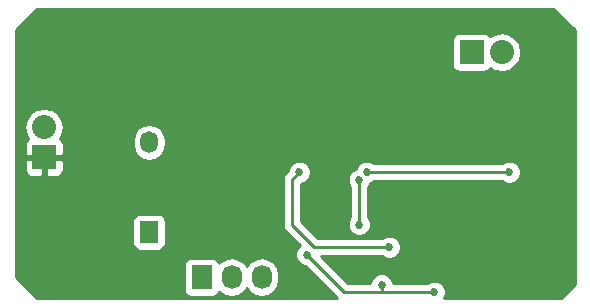
<source format=gbl>
G04 #@! TF.FileFunction,Copper,L2,Bot,Signal*
%FSLAX46Y46*%
G04 Gerber Fmt 4.6, Leading zero omitted, Abs format (unit mm)*
G04 Created by KiCad (PCBNEW no-vcs-found-product) date Fri 08 Apr 2016 01:52:16 AM CDT*
%MOMM*%
G01*
G04 APERTURE LIST*
%ADD10C,0.100000*%
%ADD11R,1.727200X2.032000*%
%ADD12O,1.727200X2.032000*%
%ADD13R,1.524000X1.824000*%
%ADD14O,1.524000X1.824000*%
%ADD15R,2.032000X2.032000*%
%ADD16O,2.032000X2.032000*%
%ADD17C,0.685800*%
%ADD18C,0.250000*%
%ADD19C,0.254000*%
G04 APERTURE END LIST*
D10*
D11*
X81280000Y-155575000D03*
D12*
X83820000Y-155575000D03*
X86360000Y-155575000D03*
D13*
X76835000Y-151765000D03*
D14*
X76835000Y-144145000D03*
D15*
X67945000Y-145415000D03*
D16*
X67945000Y-142875000D03*
D15*
X104140000Y-136525000D03*
D16*
X106680000Y-136525000D03*
D17*
X107315000Y-146685000D03*
X95250000Y-146685000D03*
X94615000Y-151130000D03*
X94615000Y-147320000D03*
X96520000Y-156210000D03*
X100965000Y-156845000D03*
X90170000Y-153670000D03*
X97155000Y-153035000D03*
X89535000Y-146685000D03*
D18*
X95250000Y-146685000D02*
X107315000Y-146685000D01*
X94615000Y-147320000D02*
X94615000Y-151130000D01*
X96520000Y-156845000D02*
X97790000Y-156845000D01*
X96520000Y-156210000D02*
X96520000Y-156845000D01*
X100965000Y-156845000D02*
X97790000Y-156845000D01*
X97790000Y-156845000D02*
X93345000Y-156845000D01*
X93345000Y-156845000D02*
X90170000Y-153670000D01*
X90805000Y-153035000D02*
X97155000Y-153035000D01*
X88900000Y-151130000D02*
X90805000Y-153035000D01*
X88900000Y-147320000D02*
X88900000Y-151130000D01*
X89535000Y-146685000D02*
X88900000Y-147320000D01*
D19*
G36*
X112903000Y-134672606D02*
X112903000Y-156157394D01*
X111707394Y-157353000D01*
X101812915Y-157353000D01*
X101942730Y-157040370D01*
X101943069Y-156651337D01*
X101794507Y-156291788D01*
X101519659Y-156016460D01*
X101160370Y-155867270D01*
X100771337Y-155866931D01*
X100411788Y-156015493D01*
X100342160Y-156085000D01*
X97498009Y-156085000D01*
X97498069Y-156016337D01*
X97349507Y-155656788D01*
X97074659Y-155381460D01*
X96715370Y-155232270D01*
X96326337Y-155231931D01*
X95966788Y-155380493D01*
X95691460Y-155655341D01*
X95542270Y-156014630D01*
X95542209Y-156085000D01*
X93659802Y-156085000D01*
X91369802Y-153795000D01*
X96531920Y-153795000D01*
X96600341Y-153863540D01*
X96959630Y-154012730D01*
X97348663Y-154013069D01*
X97708212Y-153864507D01*
X97983540Y-153589659D01*
X98132730Y-153230370D01*
X98133069Y-152841337D01*
X97984507Y-152481788D01*
X97709659Y-152206460D01*
X97350370Y-152057270D01*
X96961337Y-152056931D01*
X96601788Y-152205493D01*
X96532160Y-152275000D01*
X91119802Y-152275000D01*
X89660000Y-150815198D01*
X89660000Y-147663009D01*
X89728663Y-147663069D01*
X90088212Y-147514507D01*
X90089057Y-147513663D01*
X93636931Y-147513663D01*
X93785493Y-147873212D01*
X93855000Y-147942840D01*
X93855000Y-150506920D01*
X93786460Y-150575341D01*
X93637270Y-150934630D01*
X93636931Y-151323663D01*
X93785493Y-151683212D01*
X94060341Y-151958540D01*
X94419630Y-152107730D01*
X94808663Y-152108069D01*
X95168212Y-151959507D01*
X95443540Y-151684659D01*
X95592730Y-151325370D01*
X95593069Y-150936337D01*
X95444507Y-150576788D01*
X95375000Y-150507160D01*
X95375000Y-147943080D01*
X95443540Y-147874659D01*
X95549571Y-147619309D01*
X95803212Y-147514507D01*
X95872840Y-147445000D01*
X106691920Y-147445000D01*
X106760341Y-147513540D01*
X107119630Y-147662730D01*
X107508663Y-147663069D01*
X107868212Y-147514507D01*
X108143540Y-147239659D01*
X108292730Y-146880370D01*
X108293069Y-146491337D01*
X108144507Y-146131788D01*
X107869659Y-145856460D01*
X107510370Y-145707270D01*
X107121337Y-145706931D01*
X106761788Y-145855493D01*
X106692160Y-145925000D01*
X95873080Y-145925000D01*
X95804659Y-145856460D01*
X95445370Y-145707270D01*
X95056337Y-145706931D01*
X94696788Y-145855493D01*
X94421460Y-146130341D01*
X94315429Y-146385691D01*
X94061788Y-146490493D01*
X93786460Y-146765341D01*
X93637270Y-147124630D01*
X93636931Y-147513663D01*
X90089057Y-147513663D01*
X90363540Y-147239659D01*
X90512730Y-146880370D01*
X90513069Y-146491337D01*
X90364507Y-146131788D01*
X90089659Y-145856460D01*
X89730370Y-145707270D01*
X89341337Y-145706931D01*
X88981788Y-145855493D01*
X88706460Y-146130341D01*
X88557270Y-146489630D01*
X88557184Y-146588014D01*
X88362599Y-146782599D01*
X88197852Y-147029161D01*
X88140000Y-147320000D01*
X88140000Y-151130000D01*
X88197852Y-151420839D01*
X88362599Y-151667401D01*
X89576204Y-152881006D01*
X89341460Y-153115341D01*
X89192270Y-153474630D01*
X89191931Y-153863663D01*
X89340493Y-154223212D01*
X89615341Y-154498540D01*
X89974630Y-154647730D01*
X90073014Y-154647816D01*
X92778198Y-157353000D01*
X67362606Y-157353000D01*
X65532000Y-155522394D01*
X65532000Y-154559000D01*
X79768960Y-154559000D01*
X79768960Y-156591000D01*
X79813238Y-156826317D01*
X79952310Y-157042441D01*
X80164510Y-157187431D01*
X80416400Y-157238440D01*
X82143600Y-157238440D01*
X82378917Y-157194162D01*
X82595041Y-157055090D01*
X82740031Y-156842890D01*
X82748400Y-156801561D01*
X82760330Y-156819415D01*
X83246511Y-157144271D01*
X83820000Y-157258345D01*
X84393489Y-157144271D01*
X84879670Y-156819415D01*
X85090000Y-156504634D01*
X85300330Y-156819415D01*
X85786511Y-157144271D01*
X86360000Y-157258345D01*
X86933489Y-157144271D01*
X87419670Y-156819415D01*
X87744526Y-156333234D01*
X87858600Y-155759745D01*
X87858600Y-155390255D01*
X87744526Y-154816766D01*
X87419670Y-154330585D01*
X86933489Y-154005729D01*
X86360000Y-153891655D01*
X85786511Y-154005729D01*
X85300330Y-154330585D01*
X85090000Y-154645366D01*
X84879670Y-154330585D01*
X84393489Y-154005729D01*
X83820000Y-153891655D01*
X83246511Y-154005729D01*
X82760330Y-154330585D01*
X82750757Y-154344913D01*
X82746762Y-154323683D01*
X82607690Y-154107559D01*
X82395490Y-153962569D01*
X82143600Y-153911560D01*
X80416400Y-153911560D01*
X80181083Y-153955838D01*
X79964959Y-154094910D01*
X79819969Y-154307110D01*
X79768960Y-154559000D01*
X65532000Y-154559000D01*
X65532000Y-150853000D01*
X75425560Y-150853000D01*
X75425560Y-152677000D01*
X75469838Y-152912317D01*
X75608910Y-153128441D01*
X75821110Y-153273431D01*
X76073000Y-153324440D01*
X77597000Y-153324440D01*
X77832317Y-153280162D01*
X78048441Y-153141090D01*
X78193431Y-152928890D01*
X78244440Y-152677000D01*
X78244440Y-150853000D01*
X78200162Y-150617683D01*
X78061090Y-150401559D01*
X77848890Y-150256569D01*
X77597000Y-150205560D01*
X76073000Y-150205560D01*
X75837683Y-150249838D01*
X75621559Y-150388910D01*
X75476569Y-150601110D01*
X75425560Y-150853000D01*
X65532000Y-150853000D01*
X65532000Y-145700750D01*
X66294000Y-145700750D01*
X66294000Y-146557310D01*
X66390673Y-146790699D01*
X66569302Y-146969327D01*
X66802691Y-147066000D01*
X67659250Y-147066000D01*
X67818000Y-146907250D01*
X67818000Y-145542000D01*
X68072000Y-145542000D01*
X68072000Y-146907250D01*
X68230750Y-147066000D01*
X69087309Y-147066000D01*
X69320698Y-146969327D01*
X69499327Y-146790699D01*
X69596000Y-146557310D01*
X69596000Y-145700750D01*
X69437250Y-145542000D01*
X68072000Y-145542000D01*
X67818000Y-145542000D01*
X66452750Y-145542000D01*
X66294000Y-145700750D01*
X65532000Y-145700750D01*
X65532000Y-142875000D01*
X66261655Y-142875000D01*
X66387330Y-143506810D01*
X66611966Y-143843001D01*
X66569302Y-143860673D01*
X66390673Y-144039301D01*
X66294000Y-144272690D01*
X66294000Y-145129250D01*
X66452750Y-145288000D01*
X67818000Y-145288000D01*
X67818000Y-145268000D01*
X68072000Y-145268000D01*
X68072000Y-145288000D01*
X69437250Y-145288000D01*
X69596000Y-145129250D01*
X69596000Y-144272690D01*
X69499327Y-144039301D01*
X69424718Y-143964692D01*
X75438000Y-143964692D01*
X75438000Y-144325308D01*
X75544340Y-144859917D01*
X75847172Y-145313136D01*
X76300391Y-145615968D01*
X76835000Y-145722308D01*
X77369609Y-145615968D01*
X77822828Y-145313136D01*
X78125660Y-144859917D01*
X78232000Y-144325308D01*
X78232000Y-143964692D01*
X78125660Y-143430083D01*
X77822828Y-142976864D01*
X77369609Y-142674032D01*
X76835000Y-142567692D01*
X76300391Y-142674032D01*
X75847172Y-142976864D01*
X75544340Y-143430083D01*
X75438000Y-143964692D01*
X69424718Y-143964692D01*
X69320698Y-143860673D01*
X69278034Y-143843001D01*
X69502670Y-143506810D01*
X69628345Y-142875000D01*
X69502670Y-142243190D01*
X69144778Y-141707567D01*
X68609155Y-141349675D01*
X67977345Y-141224000D01*
X67912655Y-141224000D01*
X67280845Y-141349675D01*
X66745222Y-141707567D01*
X66387330Y-142243190D01*
X66261655Y-142875000D01*
X65532000Y-142875000D01*
X65532000Y-135509000D01*
X102476560Y-135509000D01*
X102476560Y-137541000D01*
X102520838Y-137776317D01*
X102659910Y-137992441D01*
X102872110Y-138137431D01*
X103124000Y-138188440D01*
X105156000Y-138188440D01*
X105391317Y-138144162D01*
X105607441Y-138005090D01*
X105709198Y-137856163D01*
X106048190Y-138082670D01*
X106680000Y-138208345D01*
X107311810Y-138082670D01*
X107847433Y-137724778D01*
X108205325Y-137189155D01*
X108331000Y-136557345D01*
X108331000Y-136492655D01*
X108205325Y-135860845D01*
X107847433Y-135325222D01*
X107311810Y-134967330D01*
X106680000Y-134841655D01*
X106048190Y-134967330D01*
X105708208Y-135194499D01*
X105620090Y-135057559D01*
X105407890Y-134912569D01*
X105156000Y-134861560D01*
X103124000Y-134861560D01*
X102888683Y-134905838D01*
X102672559Y-135044910D01*
X102527569Y-135257110D01*
X102476560Y-135509000D01*
X65532000Y-135509000D01*
X65532000Y-134672606D01*
X67362606Y-132842000D01*
X111072394Y-132842000D01*
X112903000Y-134672606D01*
X112903000Y-134672606D01*
G37*
X112903000Y-134672606D02*
X112903000Y-156157394D01*
X111707394Y-157353000D01*
X101812915Y-157353000D01*
X101942730Y-157040370D01*
X101943069Y-156651337D01*
X101794507Y-156291788D01*
X101519659Y-156016460D01*
X101160370Y-155867270D01*
X100771337Y-155866931D01*
X100411788Y-156015493D01*
X100342160Y-156085000D01*
X97498009Y-156085000D01*
X97498069Y-156016337D01*
X97349507Y-155656788D01*
X97074659Y-155381460D01*
X96715370Y-155232270D01*
X96326337Y-155231931D01*
X95966788Y-155380493D01*
X95691460Y-155655341D01*
X95542270Y-156014630D01*
X95542209Y-156085000D01*
X93659802Y-156085000D01*
X91369802Y-153795000D01*
X96531920Y-153795000D01*
X96600341Y-153863540D01*
X96959630Y-154012730D01*
X97348663Y-154013069D01*
X97708212Y-153864507D01*
X97983540Y-153589659D01*
X98132730Y-153230370D01*
X98133069Y-152841337D01*
X97984507Y-152481788D01*
X97709659Y-152206460D01*
X97350370Y-152057270D01*
X96961337Y-152056931D01*
X96601788Y-152205493D01*
X96532160Y-152275000D01*
X91119802Y-152275000D01*
X89660000Y-150815198D01*
X89660000Y-147663009D01*
X89728663Y-147663069D01*
X90088212Y-147514507D01*
X90089057Y-147513663D01*
X93636931Y-147513663D01*
X93785493Y-147873212D01*
X93855000Y-147942840D01*
X93855000Y-150506920D01*
X93786460Y-150575341D01*
X93637270Y-150934630D01*
X93636931Y-151323663D01*
X93785493Y-151683212D01*
X94060341Y-151958540D01*
X94419630Y-152107730D01*
X94808663Y-152108069D01*
X95168212Y-151959507D01*
X95443540Y-151684659D01*
X95592730Y-151325370D01*
X95593069Y-150936337D01*
X95444507Y-150576788D01*
X95375000Y-150507160D01*
X95375000Y-147943080D01*
X95443540Y-147874659D01*
X95549571Y-147619309D01*
X95803212Y-147514507D01*
X95872840Y-147445000D01*
X106691920Y-147445000D01*
X106760341Y-147513540D01*
X107119630Y-147662730D01*
X107508663Y-147663069D01*
X107868212Y-147514507D01*
X108143540Y-147239659D01*
X108292730Y-146880370D01*
X108293069Y-146491337D01*
X108144507Y-146131788D01*
X107869659Y-145856460D01*
X107510370Y-145707270D01*
X107121337Y-145706931D01*
X106761788Y-145855493D01*
X106692160Y-145925000D01*
X95873080Y-145925000D01*
X95804659Y-145856460D01*
X95445370Y-145707270D01*
X95056337Y-145706931D01*
X94696788Y-145855493D01*
X94421460Y-146130341D01*
X94315429Y-146385691D01*
X94061788Y-146490493D01*
X93786460Y-146765341D01*
X93637270Y-147124630D01*
X93636931Y-147513663D01*
X90089057Y-147513663D01*
X90363540Y-147239659D01*
X90512730Y-146880370D01*
X90513069Y-146491337D01*
X90364507Y-146131788D01*
X90089659Y-145856460D01*
X89730370Y-145707270D01*
X89341337Y-145706931D01*
X88981788Y-145855493D01*
X88706460Y-146130341D01*
X88557270Y-146489630D01*
X88557184Y-146588014D01*
X88362599Y-146782599D01*
X88197852Y-147029161D01*
X88140000Y-147320000D01*
X88140000Y-151130000D01*
X88197852Y-151420839D01*
X88362599Y-151667401D01*
X89576204Y-152881006D01*
X89341460Y-153115341D01*
X89192270Y-153474630D01*
X89191931Y-153863663D01*
X89340493Y-154223212D01*
X89615341Y-154498540D01*
X89974630Y-154647730D01*
X90073014Y-154647816D01*
X92778198Y-157353000D01*
X67362606Y-157353000D01*
X65532000Y-155522394D01*
X65532000Y-154559000D01*
X79768960Y-154559000D01*
X79768960Y-156591000D01*
X79813238Y-156826317D01*
X79952310Y-157042441D01*
X80164510Y-157187431D01*
X80416400Y-157238440D01*
X82143600Y-157238440D01*
X82378917Y-157194162D01*
X82595041Y-157055090D01*
X82740031Y-156842890D01*
X82748400Y-156801561D01*
X82760330Y-156819415D01*
X83246511Y-157144271D01*
X83820000Y-157258345D01*
X84393489Y-157144271D01*
X84879670Y-156819415D01*
X85090000Y-156504634D01*
X85300330Y-156819415D01*
X85786511Y-157144271D01*
X86360000Y-157258345D01*
X86933489Y-157144271D01*
X87419670Y-156819415D01*
X87744526Y-156333234D01*
X87858600Y-155759745D01*
X87858600Y-155390255D01*
X87744526Y-154816766D01*
X87419670Y-154330585D01*
X86933489Y-154005729D01*
X86360000Y-153891655D01*
X85786511Y-154005729D01*
X85300330Y-154330585D01*
X85090000Y-154645366D01*
X84879670Y-154330585D01*
X84393489Y-154005729D01*
X83820000Y-153891655D01*
X83246511Y-154005729D01*
X82760330Y-154330585D01*
X82750757Y-154344913D01*
X82746762Y-154323683D01*
X82607690Y-154107559D01*
X82395490Y-153962569D01*
X82143600Y-153911560D01*
X80416400Y-153911560D01*
X80181083Y-153955838D01*
X79964959Y-154094910D01*
X79819969Y-154307110D01*
X79768960Y-154559000D01*
X65532000Y-154559000D01*
X65532000Y-150853000D01*
X75425560Y-150853000D01*
X75425560Y-152677000D01*
X75469838Y-152912317D01*
X75608910Y-153128441D01*
X75821110Y-153273431D01*
X76073000Y-153324440D01*
X77597000Y-153324440D01*
X77832317Y-153280162D01*
X78048441Y-153141090D01*
X78193431Y-152928890D01*
X78244440Y-152677000D01*
X78244440Y-150853000D01*
X78200162Y-150617683D01*
X78061090Y-150401559D01*
X77848890Y-150256569D01*
X77597000Y-150205560D01*
X76073000Y-150205560D01*
X75837683Y-150249838D01*
X75621559Y-150388910D01*
X75476569Y-150601110D01*
X75425560Y-150853000D01*
X65532000Y-150853000D01*
X65532000Y-145700750D01*
X66294000Y-145700750D01*
X66294000Y-146557310D01*
X66390673Y-146790699D01*
X66569302Y-146969327D01*
X66802691Y-147066000D01*
X67659250Y-147066000D01*
X67818000Y-146907250D01*
X67818000Y-145542000D01*
X68072000Y-145542000D01*
X68072000Y-146907250D01*
X68230750Y-147066000D01*
X69087309Y-147066000D01*
X69320698Y-146969327D01*
X69499327Y-146790699D01*
X69596000Y-146557310D01*
X69596000Y-145700750D01*
X69437250Y-145542000D01*
X68072000Y-145542000D01*
X67818000Y-145542000D01*
X66452750Y-145542000D01*
X66294000Y-145700750D01*
X65532000Y-145700750D01*
X65532000Y-142875000D01*
X66261655Y-142875000D01*
X66387330Y-143506810D01*
X66611966Y-143843001D01*
X66569302Y-143860673D01*
X66390673Y-144039301D01*
X66294000Y-144272690D01*
X66294000Y-145129250D01*
X66452750Y-145288000D01*
X67818000Y-145288000D01*
X67818000Y-145268000D01*
X68072000Y-145268000D01*
X68072000Y-145288000D01*
X69437250Y-145288000D01*
X69596000Y-145129250D01*
X69596000Y-144272690D01*
X69499327Y-144039301D01*
X69424718Y-143964692D01*
X75438000Y-143964692D01*
X75438000Y-144325308D01*
X75544340Y-144859917D01*
X75847172Y-145313136D01*
X76300391Y-145615968D01*
X76835000Y-145722308D01*
X77369609Y-145615968D01*
X77822828Y-145313136D01*
X78125660Y-144859917D01*
X78232000Y-144325308D01*
X78232000Y-143964692D01*
X78125660Y-143430083D01*
X77822828Y-142976864D01*
X77369609Y-142674032D01*
X76835000Y-142567692D01*
X76300391Y-142674032D01*
X75847172Y-142976864D01*
X75544340Y-143430083D01*
X75438000Y-143964692D01*
X69424718Y-143964692D01*
X69320698Y-143860673D01*
X69278034Y-143843001D01*
X69502670Y-143506810D01*
X69628345Y-142875000D01*
X69502670Y-142243190D01*
X69144778Y-141707567D01*
X68609155Y-141349675D01*
X67977345Y-141224000D01*
X67912655Y-141224000D01*
X67280845Y-141349675D01*
X66745222Y-141707567D01*
X66387330Y-142243190D01*
X66261655Y-142875000D01*
X65532000Y-142875000D01*
X65532000Y-135509000D01*
X102476560Y-135509000D01*
X102476560Y-137541000D01*
X102520838Y-137776317D01*
X102659910Y-137992441D01*
X102872110Y-138137431D01*
X103124000Y-138188440D01*
X105156000Y-138188440D01*
X105391317Y-138144162D01*
X105607441Y-138005090D01*
X105709198Y-137856163D01*
X106048190Y-138082670D01*
X106680000Y-138208345D01*
X107311810Y-138082670D01*
X107847433Y-137724778D01*
X108205325Y-137189155D01*
X108331000Y-136557345D01*
X108331000Y-136492655D01*
X108205325Y-135860845D01*
X107847433Y-135325222D01*
X107311810Y-134967330D01*
X106680000Y-134841655D01*
X106048190Y-134967330D01*
X105708208Y-135194499D01*
X105620090Y-135057559D01*
X105407890Y-134912569D01*
X105156000Y-134861560D01*
X103124000Y-134861560D01*
X102888683Y-134905838D01*
X102672559Y-135044910D01*
X102527569Y-135257110D01*
X102476560Y-135509000D01*
X65532000Y-135509000D01*
X65532000Y-134672606D01*
X67362606Y-132842000D01*
X111072394Y-132842000D01*
X112903000Y-134672606D01*
M02*

</source>
